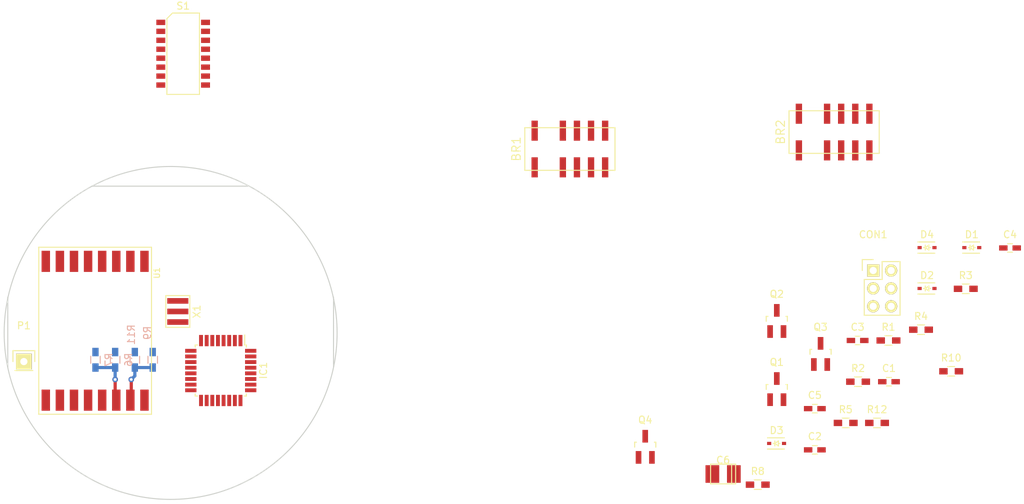
<source format=kicad_pcb>
(kicad_pcb (version 20160815) (host pcbnew 4.1.0-alpha+201609111013+7146~55~ubuntu16.04.1-)

  (general
    (links 85)
    (no_connects 81)
    (area 109.906999 69.012999 157.301001 116.407001)
    (thickness 1.6)
    (drawings 4)
    (tracks 11)
    (zones 0)
    (modules 34)
    (nets 66)
  )

  (page A4)
  (layers
    (0 F.Cu signal)
    (31 B.Cu signal)
    (32 B.Adhes user)
    (33 F.Adhes user)
    (34 B.Paste user)
    (35 F.Paste user)
    (36 B.SilkS user)
    (37 F.SilkS user)
    (38 B.Mask user)
    (39 F.Mask user)
    (40 Dwgs.User user)
    (41 Cmts.User user)
    (42 Eco1.User user)
    (43 Eco2.User user)
    (44 Edge.Cuts user)
    (45 Margin user)
    (46 B.CrtYd user)
    (47 F.CrtYd user)
    (48 B.Fab user)
    (49 F.Fab user)
  )

  (setup
    (last_trace_width 0.45)
    (trace_clearance 0.3)
    (zone_clearance 0.508)
    (zone_45_only no)
    (trace_min 0.2)
    (segment_width 0.2)
    (edge_width 0.15)
    (via_size 0.8)
    (via_drill 0.4)
    (via_min_size 0.4)
    (via_min_drill 0.3)
    (uvia_size 0.3)
    (uvia_drill 0.1)
    (uvias_allowed no)
    (uvia_min_size 0.2)
    (uvia_min_drill 0.1)
    (pcb_text_width 0.3)
    (pcb_text_size 1.5 1.5)
    (mod_edge_width 0.15)
    (mod_text_size 1 1)
    (mod_text_width 0.15)
    (pad_size 1.524 1.524)
    (pad_drill 0.762)
    (pad_to_mask_clearance 0.2)
    (aux_axis_origin 0 0)
    (visible_elements FFFFFF7F)
    (pcbplotparams
      (layerselection 0x00030_ffffffff)
      (usegerberextensions false)
      (excludeedgelayer true)
      (linewidth 0.100000)
      (plotframeref false)
      (viasonmask false)
      (mode 1)
      (useauxorigin false)
      (hpglpennumber 1)
      (hpglpenspeed 20)
      (hpglpendiameter 15)
      (psnegative false)
      (psa4output false)
      (plotreference true)
      (plotvalue true)
      (plotinvisibletext false)
      (padsonsilk false)
      (subtractmaskfromsilk false)
      (outputformat 1)
      (mirror false)
      (drillshape 1)
      (scaleselection 1)
      (outputdirectory ""))
  )

  (net 0 "")
  (net 1 +3V3)
  (net 2 "Net-(BR1-Pad1)")
  (net 3 "Net-(BR1-Pad10)")
  (net 4 "Net-(BR1-Pad3)")
  (net 5 "Net-(BR1-Pad9)")
  (net 6 "Net-(BR1-Pad4)")
  (net 7 "Net-(BR1-Pad8)")
  (net 8 "Net-(BR1-Pad5)")
  (net 9 "Net-(BR1-Pad6)")
  (net 10 "Net-(BR2-Pad1)")
  (net 11 "Net-(BR2-Pad10)")
  (net 12 "Net-(BR2-Pad3)")
  (net 13 "Net-(BR2-Pad9)")
  (net 14 "Net-(BR2-Pad4)")
  (net 15 "Net-(BR2-Pad8)")
  (net 16 "Net-(BR2-Pad5)")
  (net 17 "Net-(BR2-Pad6)")
  (net 18 GND)
  (net 19 "Net-(C4-Pad2)")
  (net 20 /RESET)
  (net 21 /MISO)
  (net 22 /SCK)
  (net 23 /MOSI)
  (net 24 /C0)
  (net 25 /C1)
  (net 26 "Net-(IC1-Pad7)")
  (net 27 "Net-(IC1-Pad8)")
  (net 28 /C2)
  (net 29 /C3)
  (net 30 /C4)
  (net 31 /C5)
  (net 32 /C6)
  (net 33 /SS)
  (net 34 "Net-(IC1-Pad19)")
  (net 35 "Net-(IC1-Pad22)")
  (net 36 "Net-(IC1-Pad23)")
  (net 37 "Net-(IC1-Pad24)")
  (net 38 "Net-(IC1-Pad25)")
  (net 39 "Net-(IC1-Pad26)")
  (net 40 "Net-(IC1-Pad27)")
  (net 41 "Net-(IC1-Pad28)")
  (net 42 "Net-(IC1-Pad30)")
  (net 43 "Net-(IC1-Pad31)")
  (net 44 /INT)
  (net 45 "Net-(P1-Pad1)")
  (net 46 "Net-(Q1-Pad2)")
  (net 47 "Net-(Q2-Pad2)")
  (net 48 "Net-(Q3-Pad2)")
  (net 49 "Net-(Q4-Pad2)")
  (net 50 /L_CH1_RST)
  (net 51 /L_CH1_SET)
  (net 52 /L_CH2_RST)
  (net 53 /L_CH2_SET)
  (net 54 "Net-(R6-Pad1)")
  (net 55 +5V)
  (net 56 "Net-(R11-Pad1)")
  (net 57 "Net-(R10-Pad1)")
  (net 58 "Net-(S1-Pad8)")
  (net 59 "Net-(U1-Pad1)")
  (net 60 "Net-(U1-Pad3)")
  (net 61 "Net-(U1-Pad4)")
  (net 62 "Net-(U1-Pad5)")
  (net 63 "Net-(U1-Pad6)")
  (net 64 "Net-(U1-Pad7)")
  (net 65 "Net-(U1-Pad16)")

  (net_class Default "This is the default net class."
    (clearance 0.3)
    (trace_width 0.45)
    (via_dia 0.8)
    (via_drill 0.4)
    (uvia_dia 0.3)
    (uvia_drill 0.1)
    (diff_pair_gap 0.25)
    (diff_pair_width 0.2)
    (add_net +3V3)
    (add_net +5V)
    (add_net /C0)
    (add_net /C1)
    (add_net /C2)
    (add_net /C3)
    (add_net /C4)
    (add_net /C5)
    (add_net /C6)
    (add_net /INT)
    (add_net /L_CH1_RST)
    (add_net /L_CH1_SET)
    (add_net /L_CH2_RST)
    (add_net /L_CH2_SET)
    (add_net /MISO)
    (add_net /MOSI)
    (add_net /RESET)
    (add_net /SCK)
    (add_net /SS)
    (add_net GND)
    (add_net "Net-(BR1-Pad1)")
    (add_net "Net-(BR1-Pad10)")
    (add_net "Net-(BR1-Pad3)")
    (add_net "Net-(BR1-Pad4)")
    (add_net "Net-(BR1-Pad5)")
    (add_net "Net-(BR1-Pad6)")
    (add_net "Net-(BR1-Pad8)")
    (add_net "Net-(BR1-Pad9)")
    (add_net "Net-(BR2-Pad1)")
    (add_net "Net-(BR2-Pad10)")
    (add_net "Net-(BR2-Pad3)")
    (add_net "Net-(BR2-Pad4)")
    (add_net "Net-(BR2-Pad5)")
    (add_net "Net-(BR2-Pad6)")
    (add_net "Net-(BR2-Pad8)")
    (add_net "Net-(BR2-Pad9)")
    (add_net "Net-(C4-Pad2)")
    (add_net "Net-(IC1-Pad19)")
    (add_net "Net-(IC1-Pad22)")
    (add_net "Net-(IC1-Pad23)")
    (add_net "Net-(IC1-Pad24)")
    (add_net "Net-(IC1-Pad25)")
    (add_net "Net-(IC1-Pad26)")
    (add_net "Net-(IC1-Pad27)")
    (add_net "Net-(IC1-Pad28)")
    (add_net "Net-(IC1-Pad30)")
    (add_net "Net-(IC1-Pad31)")
    (add_net "Net-(IC1-Pad7)")
    (add_net "Net-(IC1-Pad8)")
    (add_net "Net-(P1-Pad1)")
    (add_net "Net-(Q1-Pad2)")
    (add_net "Net-(Q2-Pad2)")
    (add_net "Net-(Q3-Pad2)")
    (add_net "Net-(Q4-Pad2)")
    (add_net "Net-(R10-Pad1)")
    (add_net "Net-(R11-Pad1)")
    (add_net "Net-(R6-Pad1)")
    (add_net "Net-(S1-Pad8)")
    (add_net "Net-(U1-Pad1)")
    (add_net "Net-(U1-Pad16)")
    (add_net "Net-(U1-Pad3)")
    (add_net "Net-(U1-Pad4)")
    (add_net "Net-(U1-Pad5)")
    (add_net "Net-(U1-Pad6)")
    (add_net "Net-(U1-Pad7)")
  )

  (module myfootprints:V23079-E1208-B301 (layer F.Cu) (tedit 57D2BE92) (tstamp 57D6C668)
    (at 190.262 66.608)
    (path /57D3B11B)
    (fp_text reference BR1 (at -7.6 0 90) (layer F.SilkS)
      (effects (font (size 1.2 1.2) (thickness 0.15)))
    )
    (fp_text value V23079-E1208-B301 (at 0 0) (layer F.Fab)
      (effects (font (size 1.2 1.2) (thickness 0.15)))
    )
    (fp_line (start -6.4008 -3.0226) (end -6.4 3.025) (layer F.SilkS) (width 0.15))
    (fp_line (start -6.4 3.025) (end 6.4 3.025) (layer F.SilkS) (width 0.15))
    (fp_line (start 6.4 3.025) (end 6.4 -3.025) (layer F.SilkS) (width 0.15))
    (fp_line (start 6.4 -3.025) (end -6.4008 -3.0226) (layer F.SilkS) (width 0.15))
    (pad 12 smd rect (at -5 -2.6) (size 0.9 2.85) (layers F.Cu F.Paste F.Mask)
      (net 1 +3V3))
    (pad 1 smd rect (at -5 2.6) (size 0.9 2.85) (layers F.Cu F.Paste F.Mask)
      (net 2 "Net-(BR1-Pad1)"))
    (pad 10 smd rect (at -1 -2.6) (size 0.9 2.85) (layers F.Cu F.Paste F.Mask)
      (net 3 "Net-(BR1-Pad10)"))
    (pad 3 smd rect (at -1 2.6) (size 0.9 2.85) (layers F.Cu F.Paste F.Mask)
      (net 4 "Net-(BR1-Pad3)"))
    (pad 9 smd rect (at 1 -2.6) (size 0.9 2.85) (layers F.Cu F.Paste F.Mask)
      (net 5 "Net-(BR1-Pad9)"))
    (pad 4 smd rect (at 1 2.6) (size 0.9 2.85) (layers F.Cu F.Paste F.Mask)
      (net 6 "Net-(BR1-Pad4)"))
    (pad 8 smd rect (at 3 -2.6) (size 0.9 2.85) (layers F.Cu F.Paste F.Mask)
      (net 7 "Net-(BR1-Pad8)"))
    (pad 5 smd rect (at 3 2.6) (size 0.9 2.85) (layers F.Cu F.Paste F.Mask)
      (net 8 "Net-(BR1-Pad5)"))
    (pad 7 smd rect (at 5 -2.6) (size 0.9 2.85) (layers F.Cu F.Paste F.Mask)
      (net 1 +3V3))
    (pad 6 smd rect (at 5 2.6) (size 0.9 2.85) (layers F.Cu F.Paste F.Mask)
      (net 9 "Net-(BR1-Pad6)"))
  )

  (module myfootprints:V23079-E1208-B301 (layer F.Cu) (tedit 57D2BE92) (tstamp 57D6C676)
    (at 227.758 64.202)
    (path /57D49E00)
    (fp_text reference BR2 (at -7.6 0 90) (layer F.SilkS)
      (effects (font (size 1.2 1.2) (thickness 0.15)))
    )
    (fp_text value V23079-E1208-B301 (at 0 0) (layer F.Fab)
      (effects (font (size 1.2 1.2) (thickness 0.15)))
    )
    (fp_line (start -6.4008 -3.0226) (end -6.4 3.025) (layer F.SilkS) (width 0.15))
    (fp_line (start -6.4 3.025) (end 6.4 3.025) (layer F.SilkS) (width 0.15))
    (fp_line (start 6.4 3.025) (end 6.4 -3.025) (layer F.SilkS) (width 0.15))
    (fp_line (start 6.4 -3.025) (end -6.4008 -3.0226) (layer F.SilkS) (width 0.15))
    (pad 12 smd rect (at -5 -2.6) (size 0.9 2.85) (layers F.Cu F.Paste F.Mask)
      (net 1 +3V3))
    (pad 1 smd rect (at -5 2.6) (size 0.9 2.85) (layers F.Cu F.Paste F.Mask)
      (net 10 "Net-(BR2-Pad1)"))
    (pad 10 smd rect (at -1 -2.6) (size 0.9 2.85) (layers F.Cu F.Paste F.Mask)
      (net 11 "Net-(BR2-Pad10)"))
    (pad 3 smd rect (at -1 2.6) (size 0.9 2.85) (layers F.Cu F.Paste F.Mask)
      (net 12 "Net-(BR2-Pad3)"))
    (pad 9 smd rect (at 1 -2.6) (size 0.9 2.85) (layers F.Cu F.Paste F.Mask)
      (net 13 "Net-(BR2-Pad9)"))
    (pad 4 smd rect (at 1 2.6) (size 0.9 2.85) (layers F.Cu F.Paste F.Mask)
      (net 14 "Net-(BR2-Pad4)"))
    (pad 8 smd rect (at 3 -2.6) (size 0.9 2.85) (layers F.Cu F.Paste F.Mask)
      (net 15 "Net-(BR2-Pad8)"))
    (pad 5 smd rect (at 3 2.6) (size 0.9 2.85) (layers F.Cu F.Paste F.Mask)
      (net 16 "Net-(BR2-Pad5)"))
    (pad 7 smd rect (at 5 -2.6) (size 0.9 2.85) (layers F.Cu F.Paste F.Mask)
      (net 1 +3V3))
    (pad 6 smd rect (at 5 2.6) (size 0.9 2.85) (layers F.Cu F.Paste F.Mask)
      (net 17 "Net-(BR2-Pad6)"))
  )

  (module Capacitors_SMD:C_0603_HandSoldering (layer F.Cu) (tedit 541A9B4D) (tstamp 57D6C67C)
    (at 235.540059 99.629368)
    (descr "Capacitor SMD 0603, hand soldering")
    (tags "capacitor 0603")
    (path /575E8F9B)
    (attr smd)
    (fp_text reference C1 (at 0 -1.9) (layer F.SilkS)
      (effects (font (size 1 1) (thickness 0.15)))
    )
    (fp_text value 100n (at 0 1.9) (layer F.Fab)
      (effects (font (size 1 1) (thickness 0.15)))
    )
    (fp_line (start -1.85 -0.75) (end 1.85 -0.75) (layer F.CrtYd) (width 0.05))
    (fp_line (start -1.85 0.75) (end 1.85 0.75) (layer F.CrtYd) (width 0.05))
    (fp_line (start -1.85 -0.75) (end -1.85 0.75) (layer F.CrtYd) (width 0.05))
    (fp_line (start 1.85 -0.75) (end 1.85 0.75) (layer F.CrtYd) (width 0.05))
    (fp_line (start -0.35 -0.6) (end 0.35 -0.6) (layer F.SilkS) (width 0.15))
    (fp_line (start 0.35 0.6) (end -0.35 0.6) (layer F.SilkS) (width 0.15))
    (pad 1 smd rect (at -0.95 0) (size 1.2 0.75) (layers F.Cu F.Paste F.Mask)
      (net 1 +3V3))
    (pad 2 smd rect (at 0.95 0) (size 1.2 0.75) (layers F.Cu F.Paste F.Mask)
      (net 18 GND))
    (model Capacitors_SMD.3dshapes/C_0603_HandSoldering.wrl
      (at (xyz 0 0 0))
      (scale (xyz 1 1 1))
      (rotate (xyz 0 0 0))
    )
  )

  (module Capacitors_SMD:C_0603_HandSoldering (layer F.Cu) (tedit 541A9B4D) (tstamp 57D6C682)
    (at 225.020059 109.299368)
    (descr "Capacitor SMD 0603, hand soldering")
    (tags "capacitor 0603")
    (path /575E8F25)
    (attr smd)
    (fp_text reference C2 (at 0 -1.9) (layer F.SilkS)
      (effects (font (size 1 1) (thickness 0.15)))
    )
    (fp_text value 100n (at 0 1.9) (layer F.Fab)
      (effects (font (size 1 1) (thickness 0.15)))
    )
    (fp_line (start -1.85 -0.75) (end 1.85 -0.75) (layer F.CrtYd) (width 0.05))
    (fp_line (start -1.85 0.75) (end 1.85 0.75) (layer F.CrtYd) (width 0.05))
    (fp_line (start -1.85 -0.75) (end -1.85 0.75) (layer F.CrtYd) (width 0.05))
    (fp_line (start 1.85 -0.75) (end 1.85 0.75) (layer F.CrtYd) (width 0.05))
    (fp_line (start -0.35 -0.6) (end 0.35 -0.6) (layer F.SilkS) (width 0.15))
    (fp_line (start 0.35 0.6) (end -0.35 0.6) (layer F.SilkS) (width 0.15))
    (pad 1 smd rect (at -0.95 0) (size 1.2 0.75) (layers F.Cu F.Paste F.Mask)
      (net 18 GND))
    (pad 2 smd rect (at 0.95 0) (size 1.2 0.75) (layers F.Cu F.Paste F.Mask)
      (net 1 +3V3))
    (model Capacitors_SMD.3dshapes/C_0603_HandSoldering.wrl
      (at (xyz 0 0 0))
      (scale (xyz 1 1 1))
      (rotate (xyz 0 0 0))
    )
  )

  (module Capacitors_SMD:C_0603_HandSoldering (layer F.Cu) (tedit 541A9B4D) (tstamp 57D6C688)
    (at 231.090059 93.779368)
    (descr "Capacitor SMD 0603, hand soldering")
    (tags "capacitor 0603")
    (path /575E8FDA)
    (attr smd)
    (fp_text reference C3 (at 0 -1.9) (layer F.SilkS)
      (effects (font (size 1 1) (thickness 0.15)))
    )
    (fp_text value 100n (at 0 1.9) (layer F.Fab)
      (effects (font (size 1 1) (thickness 0.15)))
    )
    (fp_line (start -1.85 -0.75) (end 1.85 -0.75) (layer F.CrtYd) (width 0.05))
    (fp_line (start -1.85 0.75) (end 1.85 0.75) (layer F.CrtYd) (width 0.05))
    (fp_line (start -1.85 -0.75) (end -1.85 0.75) (layer F.CrtYd) (width 0.05))
    (fp_line (start 1.85 -0.75) (end 1.85 0.75) (layer F.CrtYd) (width 0.05))
    (fp_line (start -0.35 -0.6) (end 0.35 -0.6) (layer F.SilkS) (width 0.15))
    (fp_line (start 0.35 0.6) (end -0.35 0.6) (layer F.SilkS) (width 0.15))
    (pad 1 smd rect (at -0.95 0) (size 1.2 0.75) (layers F.Cu F.Paste F.Mask)
      (net 18 GND))
    (pad 2 smd rect (at 0.95 0) (size 1.2 0.75) (layers F.Cu F.Paste F.Mask)
      (net 1 +3V3))
    (model Capacitors_SMD.3dshapes/C_0603_HandSoldering.wrl
      (at (xyz 0 0 0))
      (scale (xyz 1 1 1))
      (rotate (xyz 0 0 0))
    )
  )

  (module Capacitors_SMD:C_0603_HandSoldering (layer F.Cu) (tedit 541A9B4D) (tstamp 57D6C68E)
    (at 252.720059 80.649368)
    (descr "Capacitor SMD 0603, hand soldering")
    (tags "capacitor 0603")
    (path /575E8444)
    (attr smd)
    (fp_text reference C4 (at 0 -1.9) (layer F.SilkS)
      (effects (font (size 1 1) (thickness 0.15)))
    )
    (fp_text value 100n (at 0 1.9) (layer F.Fab)
      (effects (font (size 1 1) (thickness 0.15)))
    )
    (fp_line (start -1.85 -0.75) (end 1.85 -0.75) (layer F.CrtYd) (width 0.05))
    (fp_line (start -1.85 0.75) (end 1.85 0.75) (layer F.CrtYd) (width 0.05))
    (fp_line (start -1.85 -0.75) (end -1.85 0.75) (layer F.CrtYd) (width 0.05))
    (fp_line (start 1.85 -0.75) (end 1.85 0.75) (layer F.CrtYd) (width 0.05))
    (fp_line (start -0.35 -0.6) (end 0.35 -0.6) (layer F.SilkS) (width 0.15))
    (fp_line (start 0.35 0.6) (end -0.35 0.6) (layer F.SilkS) (width 0.15))
    (pad 1 smd rect (at -0.95 0) (size 1.2 0.75) (layers F.Cu F.Paste F.Mask)
      (net 18 GND))
    (pad 2 smd rect (at 0.95 0) (size 1.2 0.75) (layers F.Cu F.Paste F.Mask)
      (net 19 "Net-(C4-Pad2)"))
    (model Capacitors_SMD.3dshapes/C_0603_HandSoldering.wrl
      (at (xyz 0 0 0))
      (scale (xyz 1 1 1))
      (rotate (xyz 0 0 0))
    )
  )

  (module Capacitors_SMD:C_0603_HandSoldering (layer F.Cu) (tedit 541A9B4D) (tstamp 57D6C694)
    (at 225.020059 103.449368)
    (descr "Capacitor SMD 0603, hand soldering")
    (tags "capacitor 0603")
    (path /575EA846)
    (attr smd)
    (fp_text reference C5 (at 0 -1.9) (layer F.SilkS)
      (effects (font (size 1 1) (thickness 0.15)))
    )
    (fp_text value 100n (at 0 1.9) (layer F.Fab)
      (effects (font (size 1 1) (thickness 0.15)))
    )
    (fp_line (start -1.85 -0.75) (end 1.85 -0.75) (layer F.CrtYd) (width 0.05))
    (fp_line (start -1.85 0.75) (end 1.85 0.75) (layer F.CrtYd) (width 0.05))
    (fp_line (start -1.85 -0.75) (end -1.85 0.75) (layer F.CrtYd) (width 0.05))
    (fp_line (start 1.85 -0.75) (end 1.85 0.75) (layer F.CrtYd) (width 0.05))
    (fp_line (start -0.35 -0.6) (end 0.35 -0.6) (layer F.SilkS) (width 0.15))
    (fp_line (start 0.35 0.6) (end -0.35 0.6) (layer F.SilkS) (width 0.15))
    (pad 1 smd rect (at -0.95 0) (size 1.2 0.75) (layers F.Cu F.Paste F.Mask)
      (net 18 GND))
    (pad 2 smd rect (at 0.95 0) (size 1.2 0.75) (layers F.Cu F.Paste F.Mask)
      (net 20 /RESET))
    (model Capacitors_SMD.3dshapes/C_0603_HandSoldering.wrl
      (at (xyz 0 0 0))
      (scale (xyz 1 1 1))
      (rotate (xyz 0 0 0))
    )
  )

  (module Capacitors_Tantalum_SMD:TantalC_SizeT_EIA-3528 (layer F.Cu) (tedit 0) (tstamp 57D6C69A)
    (at 212.003467 112.727868)
    (descr TantalC_SizeT_EIA-3528)
    (path /576262E5)
    (fp_text reference C6 (at 0 -1.9685) (layer F.SilkS)
      (effects (font (size 1 1) (thickness 0.15)))
    )
    (fp_text value 10u (at 0 1.9685) (layer F.Fab)
      (effects (font (size 1 1) (thickness 0.15)))
    )
    (fp_line (start 1.2065 -1.397) (end 1.2065 1.397) (layer F.SilkS) (width 0.15))
    (fp_line (start 1.778 -1.397) (end -1.778 -1.397) (layer F.SilkS) (width 0.15))
    (fp_line (start -1.778 -1.397) (end -1.778 1.397) (layer F.SilkS) (width 0.15))
    (fp_line (start -1.778 1.397) (end 1.778 1.397) (layer F.SilkS) (width 0.15))
    (fp_line (start 1.778 1.397) (end 1.778 -1.397) (layer F.SilkS) (width 0.15))
    (pad 1 smd rect (at 1.524 0) (size 1.95072 2.49936) (layers F.Cu F.Paste F.Mask)
      (net 1 +3V3))
    (pad 2 smd rect (at -1.524 0) (size 1.95072 2.49936) (layers F.Cu F.Paste F.Mask)
      (net 18 GND))
    (model Capacitors_Tantalum_SMD.3dshapes/TantalC_SizeT_EIA-3528.wrl
      (at (xyz 0 0 0))
      (scale (xyz 1 1 1))
      (rotate (xyz 0 0 0))
    )
  )

  (module Pin_Headers:Pin_Header_Straight_2x03 (layer F.Cu) (tedit 54EA0A4B) (tstamp 57D6C6A4)
    (at 233.304821 83.849368)
    (descr "Through hole pin header")
    (tags "pin header")
    (path /57D34506)
    (fp_text reference CON1 (at 0 -5.1) (layer F.SilkS)
      (effects (font (size 1 1) (thickness 0.15)))
    )
    (fp_text value AVR-ISP-6 (at 0 -3.1) (layer F.Fab)
      (effects (font (size 1 1) (thickness 0.15)))
    )
    (fp_line (start -1.27 1.27) (end -1.27 6.35) (layer F.SilkS) (width 0.15))
    (fp_line (start -1.55 -1.55) (end 0 -1.55) (layer F.SilkS) (width 0.15))
    (fp_line (start -1.75 -1.75) (end -1.75 6.85) (layer F.CrtYd) (width 0.05))
    (fp_line (start 4.3 -1.75) (end 4.3 6.85) (layer F.CrtYd) (width 0.05))
    (fp_line (start -1.75 -1.75) (end 4.3 -1.75) (layer F.CrtYd) (width 0.05))
    (fp_line (start -1.75 6.85) (end 4.3 6.85) (layer F.CrtYd) (width 0.05))
    (fp_line (start 1.27 -1.27) (end 1.27 1.27) (layer F.SilkS) (width 0.15))
    (fp_line (start 1.27 1.27) (end -1.27 1.27) (layer F.SilkS) (width 0.15))
    (fp_line (start -1.27 6.35) (end 3.81 6.35) (layer F.SilkS) (width 0.15))
    (fp_line (start 3.81 6.35) (end 3.81 1.27) (layer F.SilkS) (width 0.15))
    (fp_line (start -1.55 -1.55) (end -1.55 0) (layer F.SilkS) (width 0.15))
    (fp_line (start 3.81 -1.27) (end 1.27 -1.27) (layer F.SilkS) (width 0.15))
    (fp_line (start 3.81 1.27) (end 3.81 -1.27) (layer F.SilkS) (width 0.15))
    (pad 1 thru_hole rect (at 0 0) (size 1.7272 1.7272) (drill 1.016) (layers *.Cu *.Mask F.SilkS)
      (net 21 /MISO))
    (pad 2 thru_hole oval (at 2.54 0) (size 1.7272 1.7272) (drill 1.016) (layers *.Cu *.Mask F.SilkS)
      (net 1 +3V3))
    (pad 3 thru_hole oval (at 0 2.54) (size 1.7272 1.7272) (drill 1.016) (layers *.Cu *.Mask F.SilkS)
      (net 22 /SCK))
    (pad 4 thru_hole oval (at 2.54 2.54) (size 1.7272 1.7272) (drill 1.016) (layers *.Cu *.Mask F.SilkS)
      (net 23 /MOSI))
    (pad 5 thru_hole oval (at 0 5.08) (size 1.7272 1.7272) (drill 1.016) (layers *.Cu *.Mask F.SilkS)
      (net 20 /RESET))
    (pad 6 thru_hole oval (at 2.54 5.08) (size 1.7272 1.7272) (drill 1.016) (layers *.Cu *.Mask F.SilkS)
      (net 18 GND))
    (model Pin_Headers.3dshapes/Pin_Header_Straight_2x03.wrl
      (at (xyz 0.05 -0.1 0))
      (scale (xyz 1 1 1))
      (rotate (xyz 0 0 90))
    )
  )

  (module Diodes_SMD:SOD-323 (layer F.Cu) (tedit 5530FC5E) (tstamp 57D6C6AA)
    (at 247.293869 80.599368)
    (descr SOD-323)
    (tags SOD-323)
    (path /57648B5B)
    (attr smd)
    (fp_text reference D1 (at 0 -1.85) (layer F.SilkS)
      (effects (font (size 1 1) (thickness 0.15)))
    )
    (fp_text value 1N4148 (at 0.1 1.9) (layer F.Fab)
      (effects (font (size 1 1) (thickness 0.15)))
    )
    (fp_line (start 0.25 0) (end 0.5 0) (layer F.SilkS) (width 0.15))
    (fp_line (start -0.25 0) (end -0.5 0) (layer F.SilkS) (width 0.15))
    (fp_line (start -0.25 0) (end 0.25 -0.35) (layer F.SilkS) (width 0.15))
    (fp_line (start 0.25 -0.35) (end 0.25 0.35) (layer F.SilkS) (width 0.15))
    (fp_line (start 0.25 0.35) (end -0.25 0) (layer F.SilkS) (width 0.15))
    (fp_line (start -0.25 -0.35) (end -0.25 0.35) (layer F.SilkS) (width 0.15))
    (fp_line (start -1.5 -0.95) (end 1.5 -0.95) (layer F.CrtYd) (width 0.05))
    (fp_line (start 1.5 -0.95) (end 1.5 0.95) (layer F.CrtYd) (width 0.05))
    (fp_line (start -1.5 0.95) (end 1.5 0.95) (layer F.CrtYd) (width 0.05))
    (fp_line (start -1.5 -0.95) (end -1.5 0.95) (layer F.CrtYd) (width 0.05))
    (fp_line (start -1.3 0.8) (end 1.1 0.8) (layer F.SilkS) (width 0.15))
    (fp_line (start -1.3 -0.8) (end 1.1 -0.8) (layer F.SilkS) (width 0.15))
    (pad 1 smd rect (at -1.055 0) (size 0.59 0.45) (layers F.Cu F.Paste F.Mask)
      (net 1 +3V3))
    (pad 2 smd rect (at 1.055 0) (size 0.59 0.45) (layers F.Cu F.Paste F.Mask)
      (net 2 "Net-(BR1-Pad1)"))
    (model Diodes_SMD.3dshapes/SOD-323.wrl
      (at (xyz 0 0 0))
      (scale (xyz 1 1 1))
      (rotate (xyz 0 0 180))
    )
  )

  (module Diodes_SMD:SOD-323 (layer F.Cu) (tedit 5530FC5E) (tstamp 57D6C6B0)
    (at 240.943869 86.399368)
    (descr SOD-323)
    (tags SOD-323)
    (path /57D3C880)
    (attr smd)
    (fp_text reference D2 (at 0 -1.85) (layer F.SilkS)
      (effects (font (size 1 1) (thickness 0.15)))
    )
    (fp_text value 1N4148 (at 0.1 1.9) (layer F.Fab)
      (effects (font (size 1 1) (thickness 0.15)))
    )
    (fp_line (start 0.25 0) (end 0.5 0) (layer F.SilkS) (width 0.15))
    (fp_line (start -0.25 0) (end -0.5 0) (layer F.SilkS) (width 0.15))
    (fp_line (start -0.25 0) (end 0.25 -0.35) (layer F.SilkS) (width 0.15))
    (fp_line (start 0.25 -0.35) (end 0.25 0.35) (layer F.SilkS) (width 0.15))
    (fp_line (start 0.25 0.35) (end -0.25 0) (layer F.SilkS) (width 0.15))
    (fp_line (start -0.25 -0.35) (end -0.25 0.35) (layer F.SilkS) (width 0.15))
    (fp_line (start -1.5 -0.95) (end 1.5 -0.95) (layer F.CrtYd) (width 0.05))
    (fp_line (start 1.5 -0.95) (end 1.5 0.95) (layer F.CrtYd) (width 0.05))
    (fp_line (start -1.5 0.95) (end 1.5 0.95) (layer F.CrtYd) (width 0.05))
    (fp_line (start -1.5 -0.95) (end -1.5 0.95) (layer F.CrtYd) (width 0.05))
    (fp_line (start -1.3 0.8) (end 1.1 0.8) (layer F.SilkS) (width 0.15))
    (fp_line (start -1.3 -0.8) (end 1.1 -0.8) (layer F.SilkS) (width 0.15))
    (pad 1 smd rect (at -1.055 0) (size 0.59 0.45) (layers F.Cu F.Paste F.Mask)
      (net 1 +3V3))
    (pad 2 smd rect (at 1.055 0) (size 0.59 0.45) (layers F.Cu F.Paste F.Mask)
      (net 9 "Net-(BR1-Pad6)"))
    (model Diodes_SMD.3dshapes/SOD-323.wrl
      (at (xyz 0 0 0))
      (scale (xyz 1 1 1))
      (rotate (xyz 0 0 180))
    )
  )

  (module Diodes_SMD:SOD-323 (layer F.Cu) (tedit 5530FC5E) (tstamp 57D6C6B6)
    (at 219.593869 108.389368)
    (descr SOD-323)
    (tags SOD-323)
    (path /57D49DE5)
    (attr smd)
    (fp_text reference D3 (at 0 -1.85) (layer F.SilkS)
      (effects (font (size 1 1) (thickness 0.15)))
    )
    (fp_text value 1N4148 (at 0.1 1.9) (layer F.Fab)
      (effects (font (size 1 1) (thickness 0.15)))
    )
    (fp_line (start 0.25 0) (end 0.5 0) (layer F.SilkS) (width 0.15))
    (fp_line (start -0.25 0) (end -0.5 0) (layer F.SilkS) (width 0.15))
    (fp_line (start -0.25 0) (end 0.25 -0.35) (layer F.SilkS) (width 0.15))
    (fp_line (start 0.25 -0.35) (end 0.25 0.35) (layer F.SilkS) (width 0.15))
    (fp_line (start 0.25 0.35) (end -0.25 0) (layer F.SilkS) (width 0.15))
    (fp_line (start -0.25 -0.35) (end -0.25 0.35) (layer F.SilkS) (width 0.15))
    (fp_line (start -1.5 -0.95) (end 1.5 -0.95) (layer F.CrtYd) (width 0.05))
    (fp_line (start 1.5 -0.95) (end 1.5 0.95) (layer F.CrtYd) (width 0.05))
    (fp_line (start -1.5 0.95) (end 1.5 0.95) (layer F.CrtYd) (width 0.05))
    (fp_line (start -1.5 -0.95) (end -1.5 0.95) (layer F.CrtYd) (width 0.05))
    (fp_line (start -1.3 0.8) (end 1.1 0.8) (layer F.SilkS) (width 0.15))
    (fp_line (start -1.3 -0.8) (end 1.1 -0.8) (layer F.SilkS) (width 0.15))
    (pad 1 smd rect (at -1.055 0) (size 0.59 0.45) (layers F.Cu F.Paste F.Mask)
      (net 1 +3V3))
    (pad 2 smd rect (at 1.055 0) (size 0.59 0.45) (layers F.Cu F.Paste F.Mask)
      (net 10 "Net-(BR2-Pad1)"))
    (model Diodes_SMD.3dshapes/SOD-323.wrl
      (at (xyz 0 0 0))
      (scale (xyz 1 1 1))
      (rotate (xyz 0 0 180))
    )
  )

  (module Diodes_SMD:SOD-323 (layer F.Cu) (tedit 5530FC5E) (tstamp 57D6C6BC)
    (at 240.943869 80.599368)
    (descr SOD-323)
    (tags SOD-323)
    (path /57D49E06)
    (attr smd)
    (fp_text reference D4 (at 0 -1.85) (layer F.SilkS)
      (effects (font (size 1 1) (thickness 0.15)))
    )
    (fp_text value 1N4148 (at 0.1 1.9) (layer F.Fab)
      (effects (font (size 1 1) (thickness 0.15)))
    )
    (fp_line (start 0.25 0) (end 0.5 0) (layer F.SilkS) (width 0.15))
    (fp_line (start -0.25 0) (end -0.5 0) (layer F.SilkS) (width 0.15))
    (fp_line (start -0.25 0) (end 0.25 -0.35) (layer F.SilkS) (width 0.15))
    (fp_line (start 0.25 -0.35) (end 0.25 0.35) (layer F.SilkS) (width 0.15))
    (fp_line (start 0.25 0.35) (end -0.25 0) (layer F.SilkS) (width 0.15))
    (fp_line (start -0.25 -0.35) (end -0.25 0.35) (layer F.SilkS) (width 0.15))
    (fp_line (start -1.5 -0.95) (end 1.5 -0.95) (layer F.CrtYd) (width 0.05))
    (fp_line (start 1.5 -0.95) (end 1.5 0.95) (layer F.CrtYd) (width 0.05))
    (fp_line (start -1.5 0.95) (end 1.5 0.95) (layer F.CrtYd) (width 0.05))
    (fp_line (start -1.5 -0.95) (end -1.5 0.95) (layer F.CrtYd) (width 0.05))
    (fp_line (start -1.3 0.8) (end 1.1 0.8) (layer F.SilkS) (width 0.15))
    (fp_line (start -1.3 -0.8) (end 1.1 -0.8) (layer F.SilkS) (width 0.15))
    (pad 1 smd rect (at -1.055 0) (size 0.59 0.45) (layers F.Cu F.Paste F.Mask)
      (net 1 +3V3))
    (pad 2 smd rect (at 1.055 0) (size 0.59 0.45) (layers F.Cu F.Paste F.Mask)
      (net 17 "Net-(BR2-Pad6)"))
    (model Diodes_SMD.3dshapes/SOD-323.wrl
      (at (xyz 0 0 0))
      (scale (xyz 1 1 1))
      (rotate (xyz 0 0 180))
    )
  )

  (module Housings_QFP:TQFP-32_7x7mm_Pitch0.8mm (layer F.Cu) (tedit 54130A77) (tstamp 57D6C6E0)
    (at 140.716 98.044 270)
    (descr "32-Lead Plastic Thin Quad Flatpack (PT) - 7x7x1.0 mm Body, 2.00 mm [TQFP] (see Microchip Packaging Specification 00000049BS.pdf)")
    (tags "QFP 0.8")
    (path /575E6E29)
    (attr smd)
    (fp_text reference IC1 (at 0 -6.05 270) (layer F.SilkS)
      (effects (font (size 1 1) (thickness 0.15)))
    )
    (fp_text value ATMEGA328P-A (at 0 6.05 270) (layer F.Fab)
      (effects (font (size 1 1) (thickness 0.15)))
    )
    (fp_text user %R (at 0 0 270) (layer F.Fab)
      (effects (font (size 1 1) (thickness 0.15)))
    )
    (fp_line (start -2.5 -3.5) (end 3.5 -3.5) (layer F.Fab) (width 0.15))
    (fp_line (start 3.5 -3.5) (end 3.5 3.5) (layer F.Fab) (width 0.15))
    (fp_line (start 3.5 3.5) (end -3.5 3.5) (layer F.Fab) (width 0.15))
    (fp_line (start -3.5 3.5) (end -3.5 -2.5) (layer F.Fab) (width 0.15))
    (fp_line (start -3.5 -2.5) (end -2.5 -3.5) (layer F.Fab) (width 0.15))
    (fp_line (start -5.3 -5.3) (end -5.3 5.3) (layer F.CrtYd) (width 0.05))
    (fp_line (start 5.3 -5.3) (end 5.3 5.3) (layer F.CrtYd) (width 0.05))
    (fp_line (start -5.3 -5.3) (end 5.3 -5.3) (layer F.CrtYd) (width 0.05))
    (fp_line (start -5.3 5.3) (end 5.3 5.3) (layer F.CrtYd) (width 0.05))
    (fp_line (start -3.625 -3.625) (end -3.625 -3.4) (layer F.SilkS) (width 0.15))
    (fp_line (start 3.625 -3.625) (end 3.625 -3.3) (layer F.SilkS) (width 0.15))
    (fp_line (start 3.625 3.625) (end 3.625 3.3) (layer F.SilkS) (width 0.15))
    (fp_line (start -3.625 3.625) (end -3.625 3.3) (layer F.SilkS) (width 0.15))
    (fp_line (start -3.625 -3.625) (end -3.3 -3.625) (layer F.SilkS) (width 0.15))
    (fp_line (start -3.625 3.625) (end -3.3 3.625) (layer F.SilkS) (width 0.15))
    (fp_line (start 3.625 3.625) (end 3.3 3.625) (layer F.SilkS) (width 0.15))
    (fp_line (start 3.625 -3.625) (end 3.3 -3.625) (layer F.SilkS) (width 0.15))
    (fp_line (start -3.625 -3.4) (end -5.05 -3.4) (layer F.SilkS) (width 0.15))
    (pad 1 smd rect (at -4.25 -2.8 270) (size 1.6 0.55) (layers F.Cu F.Paste F.Mask)
      (net 24 /C0))
    (pad 2 smd rect (at -4.25 -2 270) (size 1.6 0.55) (layers F.Cu F.Paste F.Mask)
      (net 25 /C1))
    (pad 3 smd rect (at -4.25 -1.2 270) (size 1.6 0.55) (layers F.Cu F.Paste F.Mask)
      (net 18 GND))
    (pad 4 smd rect (at -4.25 -0.4 270) (size 1.6 0.55) (layers F.Cu F.Paste F.Mask)
      (net 1 +3V3))
    (pad 5 smd rect (at -4.25 0.4 270) (size 1.6 0.55) (layers F.Cu F.Paste F.Mask)
      (net 18 GND))
    (pad 6 smd rect (at -4.25 1.2 270) (size 1.6 0.55) (layers F.Cu F.Paste F.Mask)
      (net 1 +3V3))
    (pad 7 smd rect (at -4.25 2 270) (size 1.6 0.55) (layers F.Cu F.Paste F.Mask)
      (net 26 "Net-(IC1-Pad7)"))
    (pad 8 smd rect (at -4.25 2.8 270) (size 1.6 0.55) (layers F.Cu F.Paste F.Mask)
      (net 27 "Net-(IC1-Pad8)"))
    (pad 9 smd rect (at -2.8 4.25) (size 1.6 0.55) (layers F.Cu F.Paste F.Mask)
      (net 28 /C2))
    (pad 10 smd rect (at -2 4.25) (size 1.6 0.55) (layers F.Cu F.Paste F.Mask)
      (net 29 /C3))
    (pad 11 smd rect (at -1.2 4.25) (size 1.6 0.55) (layers F.Cu F.Paste F.Mask)
      (net 30 /C4))
    (pad 12 smd rect (at -0.4 4.25) (size 1.6 0.55) (layers F.Cu F.Paste F.Mask)
      (net 31 /C5))
    (pad 13 smd rect (at 0.4 4.25) (size 1.6 0.55) (layers F.Cu F.Paste F.Mask)
      (net 32 /C6))
    (pad 14 smd rect (at 1.2 4.25) (size 1.6 0.55) (layers F.Cu F.Paste F.Mask)
      (net 33 /SS))
    (pad 15 smd rect (at 2 4.25) (size 1.6 0.55) (layers F.Cu F.Paste F.Mask)
      (net 23 /MOSI))
    (pad 16 smd rect (at 2.8 4.25) (size 1.6 0.55) (layers F.Cu F.Paste F.Mask)
      (net 21 /MISO))
    (pad 17 smd rect (at 4.25 2.8 270) (size 1.6 0.55) (layers F.Cu F.Paste F.Mask)
      (net 22 /SCK))
    (pad 18 smd rect (at 4.25 2 270) (size 1.6 0.55) (layers F.Cu F.Paste F.Mask)
      (net 1 +3V3))
    (pad 19 smd rect (at 4.25 1.2 270) (size 1.6 0.55) (layers F.Cu F.Paste F.Mask)
      (net 34 "Net-(IC1-Pad19)"))
    (pad 20 smd rect (at 4.25 0.4 270) (size 1.6 0.55) (layers F.Cu F.Paste F.Mask)
      (net 19 "Net-(C4-Pad2)"))
    (pad 21 smd rect (at 4.25 -0.4 270) (size 1.6 0.55) (layers F.Cu F.Paste F.Mask)
      (net 18 GND))
    (pad 22 smd rect (at 4.25 -1.2 270) (size 1.6 0.55) (layers F.Cu F.Paste F.Mask)
      (net 35 "Net-(IC1-Pad22)"))
    (pad 23 smd rect (at 4.25 -2 270) (size 1.6 0.55) (layers F.Cu F.Paste F.Mask)
      (net 36 "Net-(IC1-Pad23)"))
    (pad 24 smd rect (at 4.25 -2.8 270) (size 1.6 0.55) (layers F.Cu F.Paste F.Mask)
      (net 37 "Net-(IC1-Pad24)"))
    (pad 25 smd rect (at 2.8 -4.25) (size 1.6 0.55) (layers F.Cu F.Paste F.Mask)
      (net 38 "Net-(IC1-Pad25)"))
    (pad 26 smd rect (at 2 -4.25) (size 1.6 0.55) (layers F.Cu F.Paste F.Mask)
      (net 39 "Net-(IC1-Pad26)"))
    (pad 27 smd rect (at 1.2 -4.25) (size 1.6 0.55) (layers F.Cu F.Paste F.Mask)
      (net 40 "Net-(IC1-Pad27)"))
    (pad 28 smd rect (at 0.4 -4.25) (size 1.6 0.55) (layers F.Cu F.Paste F.Mask)
      (net 41 "Net-(IC1-Pad28)"))
    (pad 29 smd rect (at -0.4 -4.25) (size 1.6 0.55) (layers F.Cu F.Paste F.Mask)
      (net 20 /RESET))
    (pad 30 smd rect (at -1.2 -4.25) (size 1.6 0.55) (layers F.Cu F.Paste F.Mask)
      (net 42 "Net-(IC1-Pad30)"))
    (pad 31 smd rect (at -2 -4.25) (size 1.6 0.55) (layers F.Cu F.Paste F.Mask)
      (net 43 "Net-(IC1-Pad31)"))
    (pad 32 smd rect (at -2.8 -4.25) (size 1.6 0.55) (layers F.Cu F.Paste F.Mask)
      (net 44 /INT))
    (model Housings_QFP.3dshapes/TQFP-32_7x7mm_Pitch0.8mm.wrl
      (at (xyz 0 0 0))
      (scale (xyz 1 1 1))
      (rotate (xyz 0 0 0))
    )
  )

  (module Pin_Headers:Pin_Header_Straight_1x01 (layer F.Cu) (tedit 54EA08DC) (tstamp 57D6C6E5)
    (at 112.776 96.774)
    (descr "Through hole pin header")
    (tags "pin header")
    (path /575EBBAD)
    (fp_text reference P1 (at 0 -5.1) (layer F.SilkS)
      (effects (font (size 1 1) (thickness 0.15)))
    )
    (fp_text value ANTENNA (at 0 -3.1) (layer F.Fab)
      (effects (font (size 1 1) (thickness 0.15)))
    )
    (fp_line (start 1.55 -1.55) (end 1.55 0) (layer F.SilkS) (width 0.15))
    (fp_line (start -1.75 -1.75) (end -1.75 1.75) (layer F.CrtYd) (width 0.05))
    (fp_line (start 1.75 -1.75) (end 1.75 1.75) (layer F.CrtYd) (width 0.05))
    (fp_line (start -1.75 -1.75) (end 1.75 -1.75) (layer F.CrtYd) (width 0.05))
    (fp_line (start -1.75 1.75) (end 1.75 1.75) (layer F.CrtYd) (width 0.05))
    (fp_line (start -1.55 0) (end -1.55 -1.55) (layer F.SilkS) (width 0.15))
    (fp_line (start -1.55 -1.55) (end 1.55 -1.55) (layer F.SilkS) (width 0.15))
    (fp_line (start -1.27 1.27) (end 1.27 1.27) (layer F.SilkS) (width 0.15))
    (pad 1 thru_hole rect (at 0 0) (size 2.2352 2.2352) (drill 1.016) (layers *.Cu *.Mask F.SilkS)
      (net 45 "Net-(P1-Pad1)"))
    (model Pin_Headers.3dshapes/Pin_Header_Straight_1x01.wrl
      (at (xyz 0 0 0))
      (scale (xyz 1 1 1))
      (rotate (xyz 0 0 90))
    )
  )

  (module TO_SOT_Packages_SMD:SOT-23_Handsoldering (layer F.Cu) (tedit 54E9291B) (tstamp 57D6C6EC)
    (at 219.62244 100.679368)
    (descr "SOT-23, Handsoldering")
    (tags SOT-23)
    (path /57649E8E)
    (attr smd)
    (fp_text reference Q1 (at 0 -3.81) (layer F.SilkS)
      (effects (font (size 1 1) (thickness 0.15)))
    )
    (fp_text value 2n2222 (at 0 3.81) (layer F.Fab)
      (effects (font (size 1 1) (thickness 0.15)))
    )
    (fp_line (start -1.49982 0.0508) (end -1.49982 -0.65024) (layer F.SilkS) (width 0.15))
    (fp_line (start -1.49982 -0.65024) (end -1.2509 -0.65024) (layer F.SilkS) (width 0.15))
    (fp_line (start 1.29916 -0.65024) (end 1.49982 -0.65024) (layer F.SilkS) (width 0.15))
    (fp_line (start 1.49982 -0.65024) (end 1.49982 0.0508) (layer F.SilkS) (width 0.15))
    (pad 1 smd rect (at -0.95 1.50114) (size 0.8001 1.80086) (layers F.Cu F.Paste F.Mask)
      (net 2 "Net-(BR1-Pad1)"))
    (pad 2 smd rect (at 0.95 1.50114) (size 0.8001 1.80086) (layers F.Cu F.Paste F.Mask)
      (net 46 "Net-(Q1-Pad2)"))
    (pad 3 smd rect (at 0 -1.50114) (size 0.8001 1.80086) (layers F.Cu F.Paste F.Mask)
      (net 18 GND))
    (model TO_SOT_Packages_SMD.3dshapes/SOT-23_Handsoldering.wrl
      (at (xyz 0 0 0))
      (scale (xyz 1 1 1))
      (rotate (xyz 0 0 0))
    )
  )

  (module TO_SOT_Packages_SMD:SOT-23_Handsoldering (layer F.Cu) (tedit 54E9291B) (tstamp 57D6C6F3)
    (at 219.62244 91.009368)
    (descr "SOT-23, Handsoldering")
    (tags SOT-23)
    (path /57D3F38F)
    (attr smd)
    (fp_text reference Q2 (at 0 -3.81) (layer F.SilkS)
      (effects (font (size 1 1) (thickness 0.15)))
    )
    (fp_text value 2n2222 (at 0 3.81) (layer F.Fab)
      (effects (font (size 1 1) (thickness 0.15)))
    )
    (fp_line (start -1.49982 0.0508) (end -1.49982 -0.65024) (layer F.SilkS) (width 0.15))
    (fp_line (start -1.49982 -0.65024) (end -1.2509 -0.65024) (layer F.SilkS) (width 0.15))
    (fp_line (start 1.29916 -0.65024) (end 1.49982 -0.65024) (layer F.SilkS) (width 0.15))
    (fp_line (start 1.49982 -0.65024) (end 1.49982 0.0508) (layer F.SilkS) (width 0.15))
    (pad 1 smd rect (at -0.95 1.50114) (size 0.8001 1.80086) (layers F.Cu F.Paste F.Mask)
      (net 9 "Net-(BR1-Pad6)"))
    (pad 2 smd rect (at 0.95 1.50114) (size 0.8001 1.80086) (layers F.Cu F.Paste F.Mask)
      (net 47 "Net-(Q2-Pad2)"))
    (pad 3 smd rect (at 0 -1.50114) (size 0.8001 1.80086) (layers F.Cu F.Paste F.Mask)
      (net 18 GND))
    (model TO_SOT_Packages_SMD.3dshapes/SOT-23_Handsoldering.wrl
      (at (xyz 0 0 0))
      (scale (xyz 1 1 1))
      (rotate (xyz 0 0 0))
    )
  )

  (module TO_SOT_Packages_SMD:SOT-23_Handsoldering (layer F.Cu) (tedit 54E9291B) (tstamp 57D6C6FA)
    (at 225.83244 95.689368)
    (descr "SOT-23, Handsoldering")
    (tags SOT-23)
    (path /57D49DEB)
    (attr smd)
    (fp_text reference Q3 (at 0 -3.81) (layer F.SilkS)
      (effects (font (size 1 1) (thickness 0.15)))
    )
    (fp_text value 2n2222 (at 0 3.81) (layer F.Fab)
      (effects (font (size 1 1) (thickness 0.15)))
    )
    (fp_line (start -1.49982 0.0508) (end -1.49982 -0.65024) (layer F.SilkS) (width 0.15))
    (fp_line (start -1.49982 -0.65024) (end -1.2509 -0.65024) (layer F.SilkS) (width 0.15))
    (fp_line (start 1.29916 -0.65024) (end 1.49982 -0.65024) (layer F.SilkS) (width 0.15))
    (fp_line (start 1.49982 -0.65024) (end 1.49982 0.0508) (layer F.SilkS) (width 0.15))
    (pad 1 smd rect (at -0.95 1.50114) (size 0.8001 1.80086) (layers F.Cu F.Paste F.Mask)
      (net 10 "Net-(BR2-Pad1)"))
    (pad 2 smd rect (at 0.95 1.50114) (size 0.8001 1.80086) (layers F.Cu F.Paste F.Mask)
      (net 48 "Net-(Q3-Pad2)"))
    (pad 3 smd rect (at 0 -1.50114) (size 0.8001 1.80086) (layers F.Cu F.Paste F.Mask)
      (net 18 GND))
    (model TO_SOT_Packages_SMD.3dshapes/SOT-23_Handsoldering.wrl
      (at (xyz 0 0 0))
      (scale (xyz 1 1 1))
      (rotate (xyz 0 0 0))
    )
  )

  (module TO_SOT_Packages_SMD:SOT-23_Handsoldering (layer F.Cu) (tedit 54E9291B) (tstamp 57D6C701)
    (at 200.95244 108.869368)
    (descr "SOT-23, Handsoldering")
    (tags SOT-23)
    (path /57D49E0C)
    (attr smd)
    (fp_text reference Q4 (at 0 -3.81) (layer F.SilkS)
      (effects (font (size 1 1) (thickness 0.15)))
    )
    (fp_text value 2n2222 (at 0 3.81) (layer F.Fab)
      (effects (font (size 1 1) (thickness 0.15)))
    )
    (fp_line (start -1.49982 0.0508) (end -1.49982 -0.65024) (layer F.SilkS) (width 0.15))
    (fp_line (start -1.49982 -0.65024) (end -1.2509 -0.65024) (layer F.SilkS) (width 0.15))
    (fp_line (start 1.29916 -0.65024) (end 1.49982 -0.65024) (layer F.SilkS) (width 0.15))
    (fp_line (start 1.49982 -0.65024) (end 1.49982 0.0508) (layer F.SilkS) (width 0.15))
    (pad 1 smd rect (at -0.95 1.50114) (size 0.8001 1.80086) (layers F.Cu F.Paste F.Mask)
      (net 17 "Net-(BR2-Pad6)"))
    (pad 2 smd rect (at 0.95 1.50114) (size 0.8001 1.80086) (layers F.Cu F.Paste F.Mask)
      (net 49 "Net-(Q4-Pad2)"))
    (pad 3 smd rect (at 0 -1.50114) (size 0.8001 1.80086) (layers F.Cu F.Paste F.Mask)
      (net 18 GND))
    (model TO_SOT_Packages_SMD.3dshapes/SOT-23_Handsoldering.wrl
      (at (xyz 0 0 0))
      (scale (xyz 1 1 1))
      (rotate (xyz 0 0 0))
    )
  )

  (module Resistors_SMD:R_0603_HandSoldering (layer F.Cu) (tedit 5418A00F) (tstamp 57D6C707)
    (at 235.469108 93.779368)
    (descr "Resistor SMD 0603, hand soldering")
    (tags "resistor 0603")
    (path /5764B95F)
    (attr smd)
    (fp_text reference R1 (at 0 -1.9) (layer F.SilkS)
      (effects (font (size 1 1) (thickness 0.15)))
    )
    (fp_text value 5K6 (at 0 1.9) (layer F.Fab)
      (effects (font (size 1 1) (thickness 0.15)))
    )
    (fp_line (start -2 -0.8) (end 2 -0.8) (layer F.CrtYd) (width 0.05))
    (fp_line (start -2 0.8) (end 2 0.8) (layer F.CrtYd) (width 0.05))
    (fp_line (start -2 -0.8) (end -2 0.8) (layer F.CrtYd) (width 0.05))
    (fp_line (start 2 -0.8) (end 2 0.8) (layer F.CrtYd) (width 0.05))
    (fp_line (start 0.5 0.675) (end -0.5 0.675) (layer F.SilkS) (width 0.15))
    (fp_line (start -0.5 -0.675) (end 0.5 -0.675) (layer F.SilkS) (width 0.15))
    (pad 1 smd rect (at -1.1 0) (size 1.2 0.9) (layers F.Cu F.Paste F.Mask)
      (net 46 "Net-(Q1-Pad2)"))
    (pad 2 smd rect (at 1.1 0) (size 1.2 0.9) (layers F.Cu F.Paste F.Mask)
      (net 50 /L_CH1_RST))
    (model Resistors_SMD.3dshapes/R_0603_HandSoldering.wrl
      (at (xyz 0 0 0))
      (scale (xyz 1 1 1))
      (rotate (xyz 0 0 0))
    )
  )

  (module Resistors_SMD:R_0603_HandSoldering (layer F.Cu) (tedit 5418A00F) (tstamp 57D6C70D)
    (at 231.159108 99.629368)
    (descr "Resistor SMD 0603, hand soldering")
    (tags "resistor 0603")
    (path /57D3F395)
    (attr smd)
    (fp_text reference R2 (at 0 -1.9) (layer F.SilkS)
      (effects (font (size 1 1) (thickness 0.15)))
    )
    (fp_text value 5K6 (at 0 1.9) (layer F.Fab)
      (effects (font (size 1 1) (thickness 0.15)))
    )
    (fp_line (start -2 -0.8) (end 2 -0.8) (layer F.CrtYd) (width 0.05))
    (fp_line (start -2 0.8) (end 2 0.8) (layer F.CrtYd) (width 0.05))
    (fp_line (start -2 -0.8) (end -2 0.8) (layer F.CrtYd) (width 0.05))
    (fp_line (start 2 -0.8) (end 2 0.8) (layer F.CrtYd) (width 0.05))
    (fp_line (start 0.5 0.675) (end -0.5 0.675) (layer F.SilkS) (width 0.15))
    (fp_line (start -0.5 -0.675) (end 0.5 -0.675) (layer F.SilkS) (width 0.15))
    (pad 1 smd rect (at -1.1 0) (size 1.2 0.9) (layers F.Cu F.Paste F.Mask)
      (net 47 "Net-(Q2-Pad2)"))
    (pad 2 smd rect (at 1.1 0) (size 1.2 0.9) (layers F.Cu F.Paste F.Mask)
      (net 51 /L_CH1_SET))
    (model Resistors_SMD.3dshapes/R_0603_HandSoldering.wrl
      (at (xyz 0 0 0))
      (scale (xyz 1 1 1))
      (rotate (xyz 0 0 0))
    )
  )

  (module Resistors_SMD:R_0603_HandSoldering (layer F.Cu) (tedit 5418A00F) (tstamp 57D6C713)
    (at 246.439108 86.449368)
    (descr "Resistor SMD 0603, hand soldering")
    (tags "resistor 0603")
    (path /57D49DF1)
    (attr smd)
    (fp_text reference R3 (at 0 -1.9) (layer F.SilkS)
      (effects (font (size 1 1) (thickness 0.15)))
    )
    (fp_text value 5K6 (at 0 1.9) (layer F.Fab)
      (effects (font (size 1 1) (thickness 0.15)))
    )
    (fp_line (start -2 -0.8) (end 2 -0.8) (layer F.CrtYd) (width 0.05))
    (fp_line (start -2 0.8) (end 2 0.8) (layer F.CrtYd) (width 0.05))
    (fp_line (start -2 -0.8) (end -2 0.8) (layer F.CrtYd) (width 0.05))
    (fp_line (start 2 -0.8) (end 2 0.8) (layer F.CrtYd) (width 0.05))
    (fp_line (start 0.5 0.675) (end -0.5 0.675) (layer F.SilkS) (width 0.15))
    (fp_line (start -0.5 -0.675) (end 0.5 -0.675) (layer F.SilkS) (width 0.15))
    (pad 1 smd rect (at -1.1 0) (size 1.2 0.9) (layers F.Cu F.Paste F.Mask)
      (net 48 "Net-(Q3-Pad2)"))
    (pad 2 smd rect (at 1.1 0) (size 1.2 0.9) (layers F.Cu F.Paste F.Mask)
      (net 52 /L_CH2_RST))
    (model Resistors_SMD.3dshapes/R_0603_HandSoldering.wrl
      (at (xyz 0 0 0))
      (scale (xyz 1 1 1))
      (rotate (xyz 0 0 0))
    )
  )

  (module Resistors_SMD:R_0603_HandSoldering (layer F.Cu) (tedit 5418A00F) (tstamp 57D6C719)
    (at 240.089108 92.249368)
    (descr "Resistor SMD 0603, hand soldering")
    (tags "resistor 0603")
    (path /575E9FD3)
    (attr smd)
    (fp_text reference R4 (at 0 -1.9) (layer F.SilkS)
      (effects (font (size 1 1) (thickness 0.15)))
    )
    (fp_text value 10K (at 0 1.9) (layer F.Fab)
      (effects (font (size 1 1) (thickness 0.15)))
    )
    (fp_line (start -2 -0.8) (end 2 -0.8) (layer F.CrtYd) (width 0.05))
    (fp_line (start -2 0.8) (end 2 0.8) (layer F.CrtYd) (width 0.05))
    (fp_line (start -2 -0.8) (end -2 0.8) (layer F.CrtYd) (width 0.05))
    (fp_line (start 2 -0.8) (end 2 0.8) (layer F.CrtYd) (width 0.05))
    (fp_line (start 0.5 0.675) (end -0.5 0.675) (layer F.SilkS) (width 0.15))
    (fp_line (start -0.5 -0.675) (end 0.5 -0.675) (layer F.SilkS) (width 0.15))
    (pad 1 smd rect (at -1.1 0) (size 1.2 0.9) (layers F.Cu F.Paste F.Mask)
      (net 1 +3V3))
    (pad 2 smd rect (at 1.1 0) (size 1.2 0.9) (layers F.Cu F.Paste F.Mask)
      (net 20 /RESET))
    (model Resistors_SMD.3dshapes/R_0603_HandSoldering.wrl
      (at (xyz 0 0 0))
      (scale (xyz 1 1 1))
      (rotate (xyz 0 0 0))
    )
  )

  (module Resistors_SMD:R_0603_HandSoldering (layer F.Cu) (tedit 5418A00F) (tstamp 57D6C71F)
    (at 229.399108 105.479368)
    (descr "Resistor SMD 0603, hand soldering")
    (tags "resistor 0603")
    (path /57D49E12)
    (attr smd)
    (fp_text reference R5 (at 0 -1.9) (layer F.SilkS)
      (effects (font (size 1 1) (thickness 0.15)))
    )
    (fp_text value 5K6 (at 0 1.9) (layer F.Fab)
      (effects (font (size 1 1) (thickness 0.15)))
    )
    (fp_line (start -2 -0.8) (end 2 -0.8) (layer F.CrtYd) (width 0.05))
    (fp_line (start -2 0.8) (end 2 0.8) (layer F.CrtYd) (width 0.05))
    (fp_line (start -2 -0.8) (end -2 0.8) (layer F.CrtYd) (width 0.05))
    (fp_line (start 2 -0.8) (end 2 0.8) (layer F.CrtYd) (width 0.05))
    (fp_line (start 0.5 0.675) (end -0.5 0.675) (layer F.SilkS) (width 0.15))
    (fp_line (start -0.5 -0.675) (end 0.5 -0.675) (layer F.SilkS) (width 0.15))
    (pad 1 smd rect (at -1.1 0) (size 1.2 0.9) (layers F.Cu F.Paste F.Mask)
      (net 49 "Net-(Q4-Pad2)"))
    (pad 2 smd rect (at 1.1 0) (size 1.2 0.9) (layers F.Cu F.Paste F.Mask)
      (net 53 /L_CH2_SET))
    (model Resistors_SMD.3dshapes/R_0603_HandSoldering.wrl
      (at (xyz 0 0 0))
      (scale (xyz 1 1 1))
      (rotate (xyz 0 0 0))
    )
  )

  (module Resistors_SMD:R_0603_HandSoldering (layer B.Cu) (tedit 5418A00F) (tstamp 57D6C725)
    (at 125.73 96.52 90)
    (descr "Resistor SMD 0603, hand soldering")
    (tags "resistor 0603")
    (path /575E901B)
    (attr smd)
    (fp_text reference R6 (at 0 1.9 90) (layer B.SilkS)
      (effects (font (size 1 1) (thickness 0.15)) (justify mirror))
    )
    (fp_text value 4K7 (at 0 -1.9 90) (layer B.Fab)
      (effects (font (size 1 1) (thickness 0.15)) (justify mirror))
    )
    (fp_line (start -2 0.8) (end 2 0.8) (layer B.CrtYd) (width 0.05))
    (fp_line (start -2 -0.8) (end 2 -0.8) (layer B.CrtYd) (width 0.05))
    (fp_line (start -2 0.8) (end -2 -0.8) (layer B.CrtYd) (width 0.05))
    (fp_line (start 2 0.8) (end 2 -0.8) (layer B.CrtYd) (width 0.05))
    (fp_line (start 0.5 -0.675) (end -0.5 -0.675) (layer B.SilkS) (width 0.15))
    (fp_line (start -0.5 0.675) (end 0.5 0.675) (layer B.SilkS) (width 0.15))
    (pad 1 smd rect (at -1.1 0 90) (size 1.2 0.9) (layers B.Cu B.Paste B.Mask)
      (net 54 "Net-(R6-Pad1)"))
    (pad 2 smd rect (at 1.1 0 90) (size 1.2 0.9) (layers B.Cu B.Paste B.Mask)
      (net 23 /MOSI))
    (model Resistors_SMD.3dshapes/R_0603_HandSoldering.wrl
      (at (xyz 0 0 0))
      (scale (xyz 1 1 1))
      (rotate (xyz 0 0 0))
    )
  )

  (module Resistors_SMD:R_0603_HandSoldering (layer B.Cu) (tedit 5418A00F) (tstamp 57D6C72B)
    (at 122.936 96.52 90)
    (descr "Resistor SMD 0603, hand soldering")
    (tags "resistor 0603")
    (path /575E93F4)
    (attr smd)
    (fp_text reference R7 (at 0 1.9 90) (layer B.SilkS)
      (effects (font (size 1 1) (thickness 0.15)) (justify mirror))
    )
    (fp_text value 9K1 (at 0 -1.9 90) (layer B.Fab)
      (effects (font (size 1 1) (thickness 0.15)) (justify mirror))
    )
    (fp_line (start -2 0.8) (end 2 0.8) (layer B.CrtYd) (width 0.05))
    (fp_line (start -2 -0.8) (end 2 -0.8) (layer B.CrtYd) (width 0.05))
    (fp_line (start -2 0.8) (end -2 -0.8) (layer B.CrtYd) (width 0.05))
    (fp_line (start 2 0.8) (end 2 -0.8) (layer B.CrtYd) (width 0.05))
    (fp_line (start 0.5 -0.675) (end -0.5 -0.675) (layer B.SilkS) (width 0.15))
    (fp_line (start -0.5 0.675) (end 0.5 0.675) (layer B.SilkS) (width 0.15))
    (pad 1 smd rect (at -1.1 0 90) (size 1.2 0.9) (layers B.Cu B.Paste B.Mask)
      (net 54 "Net-(R6-Pad1)"))
    (pad 2 smd rect (at 1.1 0 90) (size 1.2 0.9) (layers B.Cu B.Paste B.Mask)
      (net 18 GND))
    (model Resistors_SMD.3dshapes/R_0603_HandSoldering.wrl
      (at (xyz 0 0 0))
      (scale (xyz 1 1 1))
      (rotate (xyz 0 0 0))
    )
  )

  (module Resistors_SMD:R_0603_HandSoldering (layer F.Cu) (tedit 5418A00F) (tstamp 57D6C731)
    (at 216.919108 114.239368)
    (descr "Resistor SMD 0603, hand soldering")
    (tags "resistor 0603")
    (path /575ECDD9)
    (attr smd)
    (fp_text reference R8 (at 0 -1.9) (layer F.SilkS)
      (effects (font (size 1 1) (thickness 0.15)))
    )
    (fp_text value 470 (at 0 1.9) (layer F.Fab)
      (effects (font (size 1 1) (thickness 0.15)))
    )
    (fp_line (start -2 -0.8) (end 2 -0.8) (layer F.CrtYd) (width 0.05))
    (fp_line (start -2 0.8) (end 2 0.8) (layer F.CrtYd) (width 0.05))
    (fp_line (start -2 -0.8) (end -2 0.8) (layer F.CrtYd) (width 0.05))
    (fp_line (start 2 -0.8) (end 2 0.8) (layer F.CrtYd) (width 0.05))
    (fp_line (start 0.5 0.675) (end -0.5 0.675) (layer F.SilkS) (width 0.15))
    (fp_line (start -0.5 -0.675) (end 0.5 -0.675) (layer F.SilkS) (width 0.15))
    (pad 1 smd rect (at -1.1 0) (size 1.2 0.9) (layers F.Cu F.Paste F.Mask)
      (net 33 /SS))
    (pad 2 smd rect (at 1.1 0) (size 1.2 0.9) (layers F.Cu F.Paste F.Mask)
      (net 55 +5V))
    (model Resistors_SMD.3dshapes/R_0603_HandSoldering.wrl
      (at (xyz 0 0 0))
      (scale (xyz 1 1 1))
      (rotate (xyz 0 0 0))
    )
  )

  (module Resistors_SMD:R_0603_HandSoldering (layer B.Cu) (tedit 5418A00F) (tstamp 57D6C737)
    (at 131.064 96.52 90)
    (descr "Resistor SMD 0603, hand soldering")
    (tags "resistor 0603")
    (path /575EB7D4)
    (attr smd)
    (fp_text reference R9 (at 3.81 -0.762 90) (layer B.SilkS)
      (effects (font (size 1 1) (thickness 0.15)) (justify mirror))
    )
    (fp_text value 4K7 (at 4.064 0.762 90) (layer B.Fab)
      (effects (font (size 1 1) (thickness 0.15)) (justify mirror))
    )
    (fp_line (start -2 0.8) (end 2 0.8) (layer B.CrtYd) (width 0.05))
    (fp_line (start -2 -0.8) (end 2 -0.8) (layer B.CrtYd) (width 0.05))
    (fp_line (start -2 0.8) (end -2 -0.8) (layer B.CrtYd) (width 0.05))
    (fp_line (start 2 0.8) (end 2 -0.8) (layer B.CrtYd) (width 0.05))
    (fp_line (start 0.5 -0.675) (end -0.5 -0.675) (layer B.SilkS) (width 0.15))
    (fp_line (start -0.5 0.675) (end 0.5 0.675) (layer B.SilkS) (width 0.15))
    (pad 1 smd rect (at -1.1 0 90) (size 1.2 0.9) (layers B.Cu B.Paste B.Mask)
      (net 56 "Net-(R11-Pad1)"))
    (pad 2 smd rect (at 1.1 0 90) (size 1.2 0.9) (layers B.Cu B.Paste B.Mask)
      (net 33 /SS))
    (model Resistors_SMD.3dshapes/R_0603_HandSoldering.wrl
      (at (xyz 0 0 0))
      (scale (xyz 1 1 1))
      (rotate (xyz 0 0 0))
    )
  )

  (module Resistors_SMD:R_0603_HandSoldering (layer F.Cu) (tedit 5418A00F) (tstamp 57D6C73D)
    (at 244.369108 98.149368)
    (descr "Resistor SMD 0603, hand soldering")
    (tags "resistor 0603")
    (path /57610A45)
    (attr smd)
    (fp_text reference R10 (at 0 -1.9) (layer F.SilkS)
      (effects (font (size 1 1) (thickness 0.15)))
    )
    (fp_text value 4K7 (at 0 1.9) (layer F.Fab)
      (effects (font (size 1 1) (thickness 0.15)))
    )
    (fp_line (start -2 -0.8) (end 2 -0.8) (layer F.CrtYd) (width 0.05))
    (fp_line (start -2 0.8) (end 2 0.8) (layer F.CrtYd) (width 0.05))
    (fp_line (start -2 -0.8) (end -2 0.8) (layer F.CrtYd) (width 0.05))
    (fp_line (start 2 -0.8) (end 2 0.8) (layer F.CrtYd) (width 0.05))
    (fp_line (start 0.5 0.675) (end -0.5 0.675) (layer F.SilkS) (width 0.15))
    (fp_line (start -0.5 -0.675) (end 0.5 -0.675) (layer F.SilkS) (width 0.15))
    (pad 1 smd rect (at -1.1 0) (size 1.2 0.9) (layers F.Cu F.Paste F.Mask)
      (net 57 "Net-(R10-Pad1)"))
    (pad 2 smd rect (at 1.1 0) (size 1.2 0.9) (layers F.Cu F.Paste F.Mask)
      (net 22 /SCK))
    (model Resistors_SMD.3dshapes/R_0603_HandSoldering.wrl
      (at (xyz 0 0 0))
      (scale (xyz 1 1 1))
      (rotate (xyz 0 0 0))
    )
  )

  (module Resistors_SMD:R_0603_HandSoldering (layer B.Cu) (tedit 5418A00F) (tstamp 57D6C743)
    (at 128.524 96.52 90)
    (descr "Resistor SMD 0603, hand soldering")
    (tags "resistor 0603")
    (path /575EB7DA)
    (attr smd)
    (fp_text reference R11 (at 3.556 -0.508 90) (layer B.SilkS)
      (effects (font (size 1 1) (thickness 0.15)) (justify mirror))
    )
    (fp_text value 9K1 (at 3.81 1.016 90) (layer B.Fab)
      (effects (font (size 1 1) (thickness 0.15)) (justify mirror))
    )
    (fp_line (start -2 0.8) (end 2 0.8) (layer B.CrtYd) (width 0.05))
    (fp_line (start -2 -0.8) (end 2 -0.8) (layer B.CrtYd) (width 0.05))
    (fp_line (start -2 0.8) (end -2 -0.8) (layer B.CrtYd) (width 0.05))
    (fp_line (start 2 0.8) (end 2 -0.8) (layer B.CrtYd) (width 0.05))
    (fp_line (start 0.5 -0.675) (end -0.5 -0.675) (layer B.SilkS) (width 0.15))
    (fp_line (start -0.5 0.675) (end 0.5 0.675) (layer B.SilkS) (width 0.15))
    (pad 1 smd rect (at -1.1 0 90) (size 1.2 0.9) (layers B.Cu B.Paste B.Mask)
      (net 56 "Net-(R11-Pad1)"))
    (pad 2 smd rect (at 1.1 0 90) (size 1.2 0.9) (layers B.Cu B.Paste B.Mask)
      (net 18 GND))
    (model Resistors_SMD.3dshapes/R_0603_HandSoldering.wrl
      (at (xyz 0 0 0))
      (scale (xyz 1 1 1))
      (rotate (xyz 0 0 0))
    )
  )

  (module Resistors_SMD:R_0603_HandSoldering (layer F.Cu) (tedit 5418A00F) (tstamp 57D6C749)
    (at 233.849108 105.479368)
    (descr "Resistor SMD 0603, hand soldering")
    (tags "resistor 0603")
    (path /57610FB6)
    (attr smd)
    (fp_text reference R12 (at 0 -1.9) (layer F.SilkS)
      (effects (font (size 1 1) (thickness 0.15)))
    )
    (fp_text value 9K1 (at 0 1.9) (layer F.Fab)
      (effects (font (size 1 1) (thickness 0.15)))
    )
    (fp_line (start -2 -0.8) (end 2 -0.8) (layer F.CrtYd) (width 0.05))
    (fp_line (start -2 0.8) (end 2 0.8) (layer F.CrtYd) (width 0.05))
    (fp_line (start -2 -0.8) (end -2 0.8) (layer F.CrtYd) (width 0.05))
    (fp_line (start 2 -0.8) (end 2 0.8) (layer F.CrtYd) (width 0.05))
    (fp_line (start 0.5 0.675) (end -0.5 0.675) (layer F.SilkS) (width 0.15))
    (fp_line (start -0.5 -0.675) (end 0.5 -0.675) (layer F.SilkS) (width 0.15))
    (pad 1 smd rect (at -1.1 0) (size 1.2 0.9) (layers F.Cu F.Paste F.Mask)
      (net 57 "Net-(R10-Pad1)"))
    (pad 2 smd rect (at 1.1 0) (size 1.2 0.9) (layers F.Cu F.Paste F.Mask)
      (net 18 GND))
    (model Resistors_SMD.3dshapes/R_0603_HandSoldering.wrl
      (at (xyz 0 0 0))
      (scale (xyz 1 1 1))
      (rotate (xyz 0 0 0))
    )
  )

  (module myfootprints:DIPSWITCH_SMD_1.27-16 (layer F.Cu) (tedit 57D6A592) (tstamp 57D6C75D)
    (at 135.382 53.086 270)
    (path /57D6A612)
    (attr smd)
    (fp_text reference S1 (at -6.775 0 360) (layer F.SilkS)
      (effects (font (size 1 1) (thickness 0.15)))
    )
    (fp_text value MCDHA-08TQR (at 0 0 270) (layer F.Fab)
      (effects (font (size 1 1) (thickness 0.15)))
    )
    (fp_line (start -4.975 2.31) (end -5.775 1.51) (layer F.SilkS) (width 0.15))
    (fp_line (start -5.775 1.51) (end -5.775 -2.31) (layer F.SilkS) (width 0.15))
    (fp_line (start -5.775 -2.31) (end 5.775 -2.31) (layer F.SilkS) (width 0.15))
    (fp_line (start 5.775 -2.31) (end 5.775 2.31) (layer F.SilkS) (width 0.15))
    (fp_line (start 5.775 2.31) (end -4.975 2.31) (layer F.SilkS) (width 0.15))
    (fp_line (start -5.95 -2.45) (end 5.95 -2.45) (layer F.CrtYd) (width 0.05))
    (fp_line (start 5.95 -2.45) (end 5.95 2.45) (layer F.CrtYd) (width 0.05))
    (fp_line (start 5.95 2.45) (end -5.95 2.45) (layer F.CrtYd) (width 0.05))
    (fp_line (start -5.95 2.45) (end -5.95 -2.45) (layer F.CrtYd) (width 0.05))
    (pad 16 smd rect (at -4.445 -3.175 270) (size 0.76 1.27) (layers F.Cu F.Paste F.Mask)
      (net 18 GND))
    (pad 1 smd rect (at -4.445 3.175 270) (size 0.76 1.27) (layers F.Cu F.Paste F.Mask)
      (net 24 /C0))
    (pad 15 smd rect (at -3.175 -3.175 270) (size 0.76 1.27) (layers F.Cu F.Paste F.Mask)
      (net 18 GND))
    (pad 2 smd rect (at -3.175 3.175 270) (size 0.76 1.27) (layers F.Cu F.Paste F.Mask)
      (net 25 /C1))
    (pad 14 smd rect (at -1.905 -3.175 270) (size 0.76 1.27) (layers F.Cu F.Paste F.Mask)
      (net 18 GND))
    (pad 3 smd rect (at -1.905 3.175 270) (size 0.76 1.27) (layers F.Cu F.Paste F.Mask)
      (net 28 /C2))
    (pad 13 smd rect (at -0.635 -3.175 270) (size 0.76 1.27) (layers F.Cu F.Paste F.Mask)
      (net 18 GND))
    (pad 4 smd rect (at -0.635 3.175 270) (size 0.76 1.27) (layers F.Cu F.Paste F.Mask)
      (net 29 /C3))
    (pad 12 smd rect (at 0.635 -3.175 270) (size 0.76 1.27) (layers F.Cu F.Paste F.Mask)
      (net 18 GND))
    (pad 5 smd rect (at 0.635 3.175 270) (size 0.76 1.27) (layers F.Cu F.Paste F.Mask)
      (net 30 /C4))
    (pad 11 smd rect (at 1.905 -3.175 270) (size 0.76 1.27) (layers F.Cu F.Paste F.Mask)
      (net 18 GND))
    (pad 6 smd rect (at 1.905 3.175 270) (size 0.76 1.27) (layers F.Cu F.Paste F.Mask)
      (net 31 /C5))
    (pad 10 smd rect (at 3.175 -3.175 270) (size 0.76 1.27) (layers F.Cu F.Paste F.Mask)
      (net 18 GND))
    (pad 7 smd rect (at 3.175 3.175 270) (size 0.76 1.27) (layers F.Cu F.Paste F.Mask)
      (net 32 /C6))
    (pad 9 smd rect (at 4.445 -3.175 270) (size 0.76 1.27) (layers F.Cu F.Paste F.Mask)
      (net 18 GND))
    (pad 8 smd rect (at 4.445 3.175 270) (size 0.76 1.27) (layers F.Cu F.Paste F.Mask)
      (net 58 "Net-(S1-Pad8)"))
  )

  (module mysensors_radios:RFM69HW_SMD_Handsoldering (layer F.Cu) (tedit 558806AF) (tstamp 57D6C771)
    (at 129.888 83.95 270)
    (descr RFM69HW)
    (tags "RFM69HW, RF69")
    (path /575E7FD2)
    (fp_text reference U1 (at 0.254 -1.778 270) (layer F.SilkS)
      (effects (font (size 0.8 0.8) (thickness 0.16)))
    )
    (fp_text value RFM69HW (at 8.382 7.112 270) (layer F.Fab) hide
      (effects (font (size 0.8 0.8) (thickness 0.16)))
    )
    (fp_line (start -3.4 15) (end -3.4 -1) (layer F.SilkS) (width 0.15))
    (fp_line (start 20.3 15) (end -3.4 15) (layer F.SilkS) (width 0.15))
    (fp_line (start 20.3 -1) (end 20.3 15) (layer F.SilkS) (width 0.15))
    (fp_line (start -3.4 -1) (end 20.3 -1) (layer F.SilkS) (width 0.15))
    (fp_line (start -3.4 15) (end 20.3 15) (layer F.CrtYd) (width 0.15))
    (fp_line (start 20.3 -1) (end 20.3 15) (layer F.CrtYd) (width 0.15))
    (fp_line (start -3.4 -1) (end -3.4 15) (layer F.CrtYd) (width 0.15))
    (fp_line (start -3.4 -1) (end 20.3 -1) (layer F.CrtYd) (width 0.15))
    (fp_line (start 20.3 -1) (end 20.3 15) (layer B.CrtYd) (width 0.15))
    (fp_line (start -3.4 -1) (end -3.4 15) (layer B.CrtYd) (width 0.15))
    (fp_line (start -3.4 15) (end 20.3 15) (layer B.CrtYd) (width 0.15))
    (fp_line (start -3.4 -1) (end 20.3 -1) (layer B.CrtYd) (width 0.15))
    (pad 1 smd rect (at -1.4 0 270) (size 3 1.2) (layers F.Cu F.Paste F.Mask)
      (net 59 "Net-(U1-Pad1)"))
    (pad 2 smd rect (at -1.4 2 270) (size 3 1.2) (layers F.Cu F.Paste F.Mask)
      (net 44 /INT))
    (pad 3 smd rect (at -1.4 4 270) (size 3 1.2) (layers F.Cu F.Paste F.Mask)
      (net 60 "Net-(U1-Pad3)"))
    (pad 4 smd rect (at -1.4 6 270) (size 3 1.2) (layers F.Cu F.Paste F.Mask)
      (net 61 "Net-(U1-Pad4)"))
    (pad 5 smd rect (at -1.4 8 270) (size 3 1.2) (layers F.Cu F.Paste F.Mask)
      (net 62 "Net-(U1-Pad5)"))
    (pad 6 smd rect (at -1.4 10 270) (size 3 1.2) (layers F.Cu F.Paste F.Mask)
      (net 63 "Net-(U1-Pad6)"))
    (pad 7 smd rect (at -1.4 12 270) (size 3 1.2) (layers F.Cu F.Paste F.Mask)
      (net 64 "Net-(U1-Pad7)"))
    (pad 8 smd rect (at -1.4 14 270) (size 3 1.2) (layers F.Cu F.Paste F.Mask)
      (net 1 +3V3))
    (pad 9 smd rect (at 18.3 14 270) (size 3 1.2) (layers F.Cu F.Paste F.Mask)
      (net 18 GND))
    (pad 10 smd rect (at 18.3 12 270) (size 3 1.2) (layers F.Cu F.Paste F.Mask)
      (net 45 "Net-(P1-Pad1)"))
    (pad 11 smd rect (at 18.3 10 270) (size 3 1.2) (layers F.Cu F.Paste F.Mask)
      (net 18 GND))
    (pad 12 smd rect (at 18.3 8 270) (size 3 1.2) (layers F.Cu F.Paste F.Mask)
      (net 57 "Net-(R10-Pad1)"))
    (pad 13 smd rect (at 18.3 6 270) (size 3 1.2) (layers F.Cu F.Paste F.Mask)
      (net 21 /MISO))
    (pad 14 smd rect (at 18.3 4 270) (size 3 1.2) (layers F.Cu F.Paste F.Mask)
      (net 54 "Net-(R6-Pad1)"))
    (pad 15 smd rect (at 18.3 2 270) (size 3 1.2) (layers F.Cu F.Paste F.Mask)
      (net 56 "Net-(R11-Pad1)"))
    (pad 16 smd rect (at 18.3 0 270) (size 3 1.2) (layers F.Cu F.Paste F.Mask)
      (net 65 "Net-(U1-Pad16)"))
    (model ${MYSLOCAL}/mysensors.3dshapes/mysensors_radios.3dshapes/rfm69hw.wrl
      (at (xyz 0.332 -0.275 0.03))
      (scale (xyz 0.395 0.395 0.395))
      (rotate (xyz 0 0 180))
    )
    (model Crystals.3dshapes/crystal_FA238-TSX3225.wrl
      (at (xyz 0.332 -0.08 0.06))
      (scale (xyz 0.24 0.24 0.24))
      (rotate (xyz 0 0 90))
    )
    (model Housings_DFN_QFN.3dshapes/QFN-28-1EP_5x5mm_Pitch0.5mm.wrl
      (at (xyz 0.204 -0.445 0.06))
      (scale (xyz 1 1 1))
      (rotate (xyz 0 0 0))
    )
  )

  (module myfootprints:ZTTCR-3 (layer F.Cu) (tedit 57D6A192) (tstamp 57D6C778)
    (at 134.62 89.662 90)
    (path /575E762B)
    (attr smd)
    (fp_text reference X1 (at 0 2.7 90) (layer F.SilkS)
      (effects (font (size 1 1) (thickness 0.15)))
    )
    (fp_text value 8MHz (at 0 -2.7 90) (layer F.Fab)
      (effects (font (size 1 1) (thickness 0.15)))
    )
    (fp_line (start -2.25 1.699285) (end -2.25 -1.7) (layer F.SilkS) (width 0.15))
    (fp_line (start -2.25 -1.7) (end 2.25 -1.7) (layer F.SilkS) (width 0.15))
    (fp_line (start 2.25 -1.7) (end 2.25 1.7) (layer F.SilkS) (width 0.15))
    (fp_line (start 2.25 1.7) (end -2.2479 1.7) (layer F.SilkS) (width 0.15))
    (fp_line (start -2.4 -1.85) (end 2.4 -1.85) (layer F.CrtYd) (width 0.05))
    (fp_line (start 2.4 -1.85) (end 2.4 1.85) (layer F.CrtYd) (width 0.05))
    (fp_line (start 2.4 1.85) (end -2.4 1.85) (layer F.CrtYd) (width 0.05))
    (fp_line (start -2.4 1.85) (end -2.4 -1.85) (layer F.CrtYd) (width 0.05))
    (pad 1 smd rect (at -1.5 0 90) (size 0.8 3) (layers F.Cu F.Paste F.Mask)
      (net 27 "Net-(IC1-Pad8)"))
    (pad 2 smd rect (at 0 0 90) (size 0.8 3) (layers F.Cu F.Paste F.Mask)
      (net 26 "Net-(IC1-Pad7)"))
    (pad 3 smd rect (at 1.5 0 90) (size 0.8 3) (layers F.Cu F.Paste F.Mask)
      (net 18 GND))
  )

  (gr_line (start 110.49 87.63) (end 110.49 97.536) (layer Edge.Cuts) (width 0.15) (tstamp 57D67F84))
  (gr_line (start 156.718 87.63) (end 156.718 97.536) (layer Edge.Cuts) (width 0.15))
  (gr_line (start 122.428 71.882) (end 144.526 71.882) (layer Edge.Cuts) (width 0.15))
  (gr_circle (center 133.604 92.71) (end 157.226 92.71) (layer Edge.Cuts) (width 0.15))

  (segment (start 125.73 97.62) (end 122.936 97.62) (width 0.45) (layer B.Cu) (net 54))
  (segment (start 125.73 99.314) (end 125.73 102.092) (width 0.45) (layer F.Cu) (net 54))
  (segment (start 125.73 102.092) (end 125.888 102.25) (width 0.45) (layer F.Cu) (net 54))
  (segment (start 125.73 97.62) (end 125.73 99.314) (width 0.45) (layer B.Cu) (net 54))
  (via (at 125.73 99.314) (size 0.8) (drill 0.4) (layers F.Cu B.Cu) (net 54))
  (segment (start 131.064 97.62) (end 128.524 97.62) (width 0.45) (layer B.Cu) (net 56))
  (segment (start 128.016 99.314) (end 128.016 102.122) (width 0.45) (layer F.Cu) (net 56))
  (segment (start 128.016 102.122) (end 127.888 102.25) (width 0.45) (layer F.Cu) (net 56))
  (segment (start 128.524 97.62) (end 128.524 98.806) (width 0.45) (layer B.Cu) (net 56))
  (segment (start 128.524 98.806) (end 128.016 99.314) (width 0.45) (layer B.Cu) (net 56))
  (via (at 128.016 99.314) (size 0.8) (drill 0.4) (layers F.Cu B.Cu) (net 56))

)

</source>
